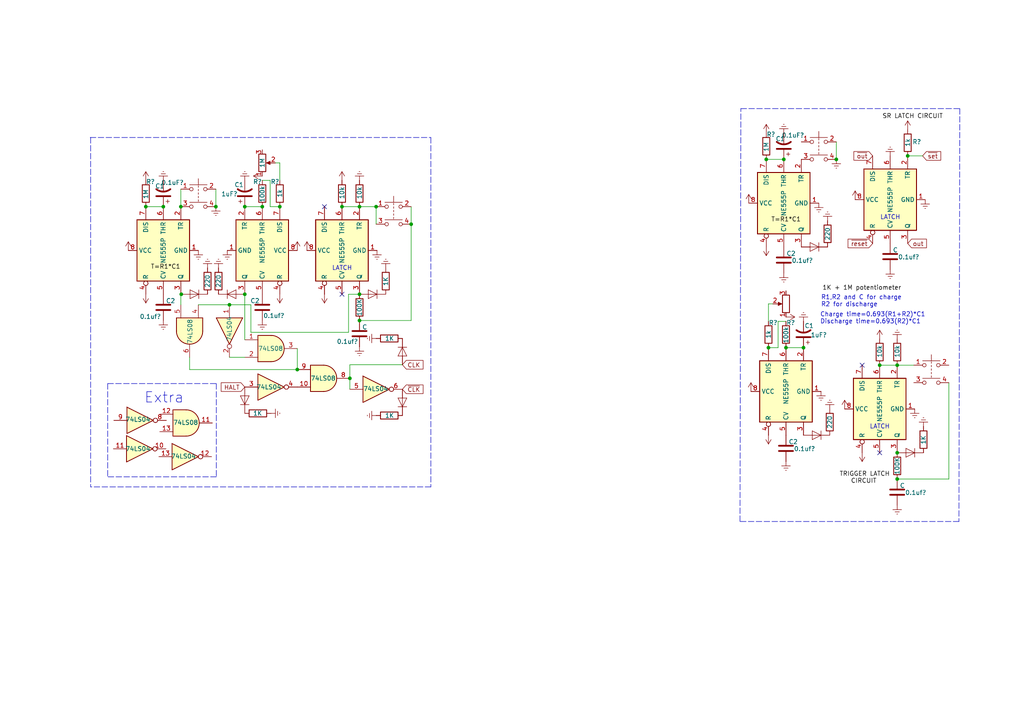
<source format=kicad_sch>
(kicad_sch (version 20211123) (generator eeschema)
  (paper "A4")
  (lib_symbols
    (symbol "74xx:74LS04"
      (property "Reference" "U" (at 0 1.27 0))
      (property "Value" "74LS04" (at 0 -1.27 0))
      (symbol "74LS04_1_0"
        (polyline (pts (xy -3.81 3.81) (xy -3.81 -3.81) (xy 3.81 0) (xy -3.81 3.81)) (stroke (width 0.254)) (fill (type background)))
        (pin input line (at -7.62 0 0) (length 3.81) (name "~") (number "1"))
        (pin output inverted (at 7.62 0 180) (length 3.81) (name "~") (number "2"))
      )
      (symbol "74LS04_2_0"
        (polyline (pts (xy -3.81 3.81) (xy -3.81 -3.81) (xy 3.81 0) (xy -3.81 3.81)) (stroke (width 0.254)) (fill (type background)))
        (pin input line (at -7.62 0 0) (length 3.81) (name "~") (number "3"))
        (pin output inverted (at 7.62 0 180) (length 3.81) (name "~") (number "4"))
      )
      (symbol "74LS04_3_0"
        (polyline (pts (xy -3.81 3.81) (xy -3.81 -3.81) (xy 3.81 0) (xy -3.81 3.81)) (stroke (width 0.254)) (fill (type background)))
        (pin input line (at -7.62 0 0) (length 3.81) (name "~") (number "5"))
        (pin output inverted (at 7.62 0 180) (length 3.81) (name "~") (number "6"))
      )
      (symbol "74LS04_4_0"
        (polyline (pts (xy -3.81 3.81) (xy -3.81 -3.81) (xy 3.81 0) (xy -3.81 3.81)) (stroke (width 0.254)) (fill (type background)))
        (pin output inverted (at 7.62 0 180) (length 3.81) (name "~") (number "8"))
        (pin input line (at -7.62 0 0) (length 3.81) (name "~") (number "9"))
      )
      (symbol "74LS04_5_0"
        (polyline (pts (xy -3.81 3.81) (xy -3.81 -3.81) (xy 3.81 0) (xy -3.81 3.81)) (stroke (width 0.254)) (fill (type background)))
        (pin output inverted (at 7.62 0 180) (length 3.81) (name "~") (number "10"))
        (pin input line (at -7.62 0 0) (length 3.81) (name "~") (number "11"))
      )
      (symbol "74LS04_6_0"
        (polyline (pts (xy -3.81 3.81) (xy -3.81 -3.81) (xy 3.81 0) (xy -3.81 3.81)) (stroke (width 0.254)) (fill (type background)))
        (pin output inverted (at 7.62 0 180) (length 3.81) (name "~") (number "12"))
        (pin input line (at -7.62 0 0) (length 3.81) (name "~") (number "13"))
      )
      (symbol "74LS04_7_0"
        (pin power_in line (at 0 12.7 270) (length 5.08) (name "VCC") (number "14"))
        (pin power_in line (at 0 -12.7 90) (length 5.08) (name "GND") (number "7"))
      )
      (symbol "74LS04_7_1"
        (rectangle (start -5.08 7.62) (end 5.08 -7.62) (stroke (width 0.254)) (fill (type background)))
      )
    )
    (symbol "74xx:74LS08" (pin_names (offset 1.016))
      (property "Reference" "U" (at 0 1.27 0))
      (property "Value" "74LS08" (at 0 -1.27 0))
      (symbol "74LS08_1_1"
        (arc (start 0 -3.81) (mid 3.81 0) (end 0 3.81) (stroke (width 0.254)) (fill (type background)))
        (polyline (pts (xy 0 3.81) (xy -3.81 3.81) (xy -3.81 -3.81) (xy 0 -3.81)) (stroke (width 0.254)) (fill (type background)))
        (pin input line (at -7.62 2.54 0) (length 3.81) (name "~") (number "1"))
        (pin input line (at -7.62 -2.54 0) (length 3.81) (name "~") (number "2"))
        (pin output line (at 7.62 0 180) (length 3.81) (name "~") (number "3"))
      )
      (symbol "74LS08_1_2"
        (arc (start -3.81 -3.81) (mid -2.589 0) (end -3.81 3.81) (stroke (width 0.254)))
        (arc (start -0.6096 -3.81) (mid 2.1842 -2.5851) (end 3.81 0) (stroke (width 0.254)) (fill (type background)))
        (polyline (pts (xy -3.81 -3.81) (xy -0.635 -3.81)) (stroke (width 0.254)) (fill (type background)))
        (polyline (pts (xy -3.81 3.81) (xy -0.635 3.81)) (stroke (width 0.254)) (fill (type background)))
        (polyline (pts (xy -0.635 3.81) (xy -3.81 3.81) (xy -3.81 3.81) (xy -3.556 3.4036) (xy -3.0226 2.2606) (xy -2.6924 1.0414) (xy -2.6162 -0.254) (xy -2.7686 -1.4986) (xy -3.175 -2.7178) (xy -3.81 -3.81) (xy -3.81 -3.81) (xy -0.635 -3.81)) (stroke (width -25.4)) (fill (type background)))
        (arc (start 3.81 0) (mid 2.1915 2.5936) (end -0.6096 3.81) (stroke (width 0.254)) (fill (type background)))
        (pin input inverted (at -7.62 2.54 0) (length 4.318) (name "~") (number "1"))
        (pin input inverted (at -7.62 -2.54 0) (length 4.318) (name "~") (number "2"))
        (pin output inverted (at 7.62 0 180) (length 3.81) (name "~") (number "3"))
      )
      (symbol "74LS08_2_1"
        (arc (start 0 -3.81) (mid 3.81 0) (end 0 3.81) (stroke (width 0.254)) (fill (type background)))
        (polyline (pts (xy 0 3.81) (xy -3.81 3.81) (xy -3.81 -3.81) (xy 0 -3.81)) (stroke (width 0.254)) (fill (type background)))
        (pin input line (at -7.62 2.54 0) (length 3.81) (name "~") (number "4"))
        (pin input line (at -7.62 -2.54 0) (length 3.81) (name "~") (number "5"))
        (pin output line (at 7.62 0 180) (length 3.81) (name "~") (number "6"))
      )
      (symbol "74LS08_2_2"
        (arc (start -3.81 -3.81) (mid -2.589 0) (end -3.81 3.81) (stroke (width 0.254)))
        (arc (start -0.6096 -3.81) (mid 2.1842 -2.5851) (end 3.81 0) (stroke (width 0.254)) (fill (type background)))
        (polyline (pts (xy -3.81 -3.81) (xy -0.635 -3.81)) (stroke (width 0.254)) (fill (type background)))
        (polyline (pts (xy -3.81 3.81) (xy -0.635 3.81)) (stroke (width 0.254)) (fill (type background)))
        (polyline (pts (xy -0.635 3.81) (xy -3.81 3.81) (xy -3.81 3.81) (xy -3.556 3.4036) (xy -3.0226 2.2606) (xy -2.6924 1.0414) (xy -2.6162 -0.254) (xy -2.7686 -1.4986) (xy -3.175 -2.7178) (xy -3.81 -3.81) (xy -3.81 -3.81) (xy -0.635 -3.81)) (stroke (width -25.4)) (fill (type background)))
        (arc (start 3.81 0) (mid 2.1915 2.5936) (end -0.6096 3.81) (stroke (width 0.254)) (fill (type background)))
        (pin input inverted (at -7.62 2.54 0) (length 4.318) (name "~") (number "4"))
        (pin input inverted (at -7.62 -2.54 0) (length 4.318) (name "~") (number "5"))
        (pin output inverted (at 7.62 0 180) (length 3.81) (name "~") (number "6"))
      )
      (symbol "74LS08_3_1"
        (arc (start 0 -3.81) (mid 3.81 0) (end 0 3.81) (stroke (width 0.254)) (fill (type background)))
        (polyline (pts (xy 0 3.81) (xy -3.81 3.81) (xy -3.81 -3.81) (xy 0 -3.81)) (stroke (width 0.254)) (fill (type background)))
        (pin input line (at -7.62 -2.54 0) (length 3.81) (name "~") (number "10"))
        (pin output line (at 7.62 0 180) (length 3.81) (name "~") (number "8"))
        (pin input line (at -7.62 2.54 0) (length 3.81) (name "~") (number "9"))
      )
      (symbol "74LS08_3_2"
        (arc (start -3.81 -3.81) (mid -2.589 0) (end -3.81 3.81) (stroke (width 0.254)))
        (arc (start -0.6096 -3.81) (mid 2.1842 -2.5851) (end 3.81 0) (stroke (width 0.254)) (fill (type background)))
        (polyline (pts (xy -3.81 -3.81) (xy -0.635 -3.81)) (stroke (width 0.254)) (fill (type background)))
        (polyline (pts (xy -3.81 3.81) (xy -0.635 3.81)) (stroke (width 0.254)) (fill (type background)))
        (polyline (pts (xy -0.635 3.81) (xy -3.81 3.81) (xy -3.81 3.81) (xy -3.556 3.4036) (xy -3.0226 2.2606) (xy -2.6924 1.0414) (xy -2.6162 -0.254) (xy -2.7686 -1.4986) (xy -3.175 -2.7178) (xy -3.81 -3.81) (xy -3.81 -3.81) (xy -0.635 -3.81)) (stroke (width -25.4)) (fill (type background)))
        (arc (start 3.81 0) (mid 2.1915 2.5936) (end -0.6096 3.81) (stroke (width 0.254)) (fill (type background)))
        (pin input inverted (at -7.62 -2.54 0) (length 4.318) (name "~") (number "10"))
        (pin output inverted (at 7.62 0 180) (length 3.81) (name "~") (number "8"))
        (pin input inverted (at -7.62 2.54 0) (length 4.318) (name "~") (number "9"))
      )
      (symbol "74LS08_4_1"
        (arc (start 0 -3.81) (mid 3.81 0) (end 0 3.81) (stroke (width 0.254)) (fill (type background)))
        (polyline (pts (xy 0 3.81) (xy -3.81 3.81) (xy -3.81 -3.81) (xy 0 -3.81)) (stroke (width 0.254)) (fill (type background)))
        (pin output line (at 7.62 0 180) (length 3.81) (name "~") (number "11"))
        (pin input line (at -7.62 2.54 0) (length 3.81) (name "~") (number "12"))
        (pin input line (at -7.62 -2.54 0) (length 3.81) (name "~") (number "13"))
      )
      (symbol "74LS08_4_2"
        (arc (start -3.81 -3.81) (mid -2.589 0) (end -3.81 3.81) (stroke (width 0.254)))
        (arc (start -0.6096 -3.81) (mid 2.1842 -2.5851) (end 3.81 0) (stroke (width 0.254)) (fill (type background)))
        (polyline (pts (xy -3.81 -3.81) (xy -0.635 -3.81)) (stroke (width 0.254)) (fill (type background)))
        (polyline (pts (xy -3.81 3.81) (xy -0.635 3.81)) (stroke (width 0.254)) (fill (type background)))
        (polyline (pts (xy -0.635 3.81) (xy -3.81 3.81) (xy -3.81 3.81) (xy -3.556 3.4036) (xy -3.0226 2.2606) (xy -2.6924 1.0414) (xy -2.6162 -0.254) (xy -2.7686 -1.4986) (xy -3.175 -2.7178) (xy -3.81 -3.81) (xy -3.81 -3.81) (xy -0.635 -3.81)) (stroke (width -25.4)) (fill (type background)))
        (arc (start 3.81 0) (mid 2.1915 2.5936) (end -0.6096 3.81) (stroke (width 0.254)) (fill (type background)))
        (pin output inverted (at 7.62 0 180) (length 3.81) (name "~") (number "11"))
        (pin input inverted (at -7.62 2.54 0) (length 4.318) (name "~") (number "12"))
        (pin input inverted (at -7.62 -2.54 0) (length 4.318) (name "~") (number "13"))
      )
      (symbol "74LS08_5_0"
        (pin power_in line (at 0 12.7 270) (length 5.08) (name "VCC") (number "14"))
        (pin power_in line (at 0 -12.7 90) (length 5.08) (name "GND") (number "7"))
      )
      (symbol "74LS08_5_1"
        (rectangle (start -5.08 7.62) (end 5.08 -7.62) (stroke (width 0.254)) (fill (type background)))
      )
    )
    (symbol "Device:C" (pin_numbers hide) (pin_names (offset 0.254))
      (property "Reference" "C" (at 0.635 2.54 0))
      (property "Value" "C" (at 0.635 -2.54 0))
      (symbol "C_0_1"
        (polyline (pts (xy -2.032 -0.762) (xy 2.032 -0.762)) (stroke (width 0.508)))
        (polyline (pts (xy -2.032 0.762) (xy 2.032 0.762)) (stroke (width 0.508)))
      )
      (symbol "C_1_1"
        (pin passive line (at 0 3.81 270) (length 2.794) (name "~") (number "1"))
        (pin passive line (at 0 -3.81 90) (length 2.794) (name "~") (number "2"))
      )
    )
    (symbol "Device:C_Polarized_US" (pin_numbers hide) (pin_names (offset 0.254) hide)
      (property "Reference" "C" (at 0.635 2.54 0))
      (property "Value" "C_Polarized_US" (at 0.635 -2.54 0))
      (symbol "C_Polarized_US_0_1"
        (polyline (pts (xy -2.032 0.762) (xy 2.032 0.762)) (stroke (width 0.508)))
        (polyline (pts (xy -1.778 2.286) (xy -0.762 2.286)))
        (polyline (pts (xy -1.27 1.778) (xy -1.27 2.794)))
        (arc (start 2.032 -1.27) (mid 0 -0.5572) (end -2.032 -1.27) (stroke (width 0.508)))
      )
      (symbol "C_Polarized_US_1_1"
        (pin passive line (at 0 3.81 270) (length 2.794) (name "~") (number "1"))
        (pin passive line (at 0 -3.81 90) (length 3.302) (name "~") (number "2"))
      )
    )
    (symbol "Device:R" (pin_numbers hide) (pin_names (offset 0))
      (property "Reference" "R" (at 2.032 0 90))
      (property "Value" "R" (at 0 0 90))
      (symbol "R_0_1"
        (rectangle (start -1.016 -2.54) (end 1.016 2.54) (stroke (width 0.254)))
      )
      (symbol "R_1_1"
        (pin passive line (at 0 3.81 270) (length 1.27) (name "~") (number "1"))
        (pin passive line (at 0 -3.81 90) (length 1.27) (name "~") (number "2"))
      )
    )
    (symbol "Device:R_Potentiometer" (pin_names (offset 1.016) hide)
      (property "Reference" "RV" (at -4.445 0 90))
      (property "Value" "R_Potentiometer" (at -2.54 0 90))
      (symbol "R_Potentiometer_0_1"
        (polyline (pts (xy 2.54 0) (xy 1.524 0)))
        (polyline (pts (xy 1.143 0) (xy 2.286 0.508) (xy 2.286 -0.508) (xy 1.143 0)) (fill (type outline)))
        (rectangle (start 1.016 2.54) (end -1.016 -2.54) (stroke (width 0.254)))
      )
      (symbol "R_Potentiometer_1_1"
        (pin passive line (at 0 3.81 270) (length 1.27) (name "1") (number "1"))
        (pin passive line (at 3.81 0 180) (length 1.27) (name "2") (number "2"))
        (pin passive line (at 0 -3.81 90) (length 1.27) (name "3") (number "3"))
      )
    )
    (symbol "NE555P_2"
      (property "Value" "NE555P_2" (at -3.81 0 0))
      (symbol "NE555P_2_0_0"
        (pin power_in line (at 0 -10.16 90) (length 2.54) (name "GND") (number "1"))
        (pin power_in line (at 0 10.16 270) (length 2.54) (name "VCC") (number "8"))
      )
      (symbol "NE555P_2_0_1"
        (rectangle (start -8.89 -7.62) (end 8.89 7.62) (stroke (width 0.254)) (fill (type background)))
        (rectangle (start -8.89 -7.62) (end 8.89 7.62) (stroke (width 0.254)) (fill (type background)))
      )
      (symbol "NE555P_2_1_1"
        (pin input line (at 12.7 -5.08 180) (length 3.81) (name "TR") (number "2"))
        (pin output line (at -12.7 -5.08 0) (length 3.81) (name "Q") (number "3"))
        (pin input inverted (at -12.7 5.08 0) (length 3.81) (name "R") (number "4"))
        (pin input line (at -12.7 0 0) (length 3.81) (name "CV") (number "5"))
        (pin input line (at 12.7 0 180) (length 3.81) (name "THR") (number "6"))
        (pin input line (at 12.7 5.08 180) (length 3.81) (name "DIS") (number "7"))
      )
    )
    (symbol "Sensor_Optical:SFH2701" (pin_numbers hide) (pin_names (offset 1.016) hide)
      (property "Value" "SFH2701" (at -0.9271 5.842 0))
      (symbol "SFH2701_0_1"
        (polyline (pts (xy -2.54 2.54) (xy -2.54 0)) (stroke (width 0.1524)))
        (polyline (pts (xy 0 1.27) (xy -2.54 1.27)))
        (polyline (pts (xy 0 2.54) (xy 0 0)))
        (polyline (pts (xy 0 2.54) (xy -2.54 1.27) (xy 0 0)))
      )
      (symbol "SFH2701_1_1"
        (pin power_out line (at -5.08 1.27 0) (length 2.54) (name "K") (number "1"))
        (pin power_in line (at 2.54 1.27 180) (length 2.54) (name "A") (number "2"))
      )
    )
    (symbol "Switch:SW_Push_Dual" (pin_names (offset 1.016) hide)
      (property "Reference" "SW" (at 1.27 2.54 0))
      (property "Value" "SW_Push_Dual" (at 0 -6.858 0))
      (symbol "SW_Push_Dual_0_1"
        (circle (center -2.032 -5.08) (radius 0.508))
        (circle (center -2.032 0) (radius 0.508))
        (polyline (pts (xy 0 -3.048) (xy 0 -3.556)))
        (polyline (pts (xy 0 -2.032) (xy 0 -2.54)))
        (polyline (pts (xy 0 -1.524) (xy 0 -1.016)))
        (polyline (pts (xy 0 -0.508) (xy 0 0)))
        (polyline (pts (xy 0 0.508) (xy 0 1.016)))
        (polyline (pts (xy 0 1.27) (xy 0 3.048)))
        (polyline (pts (xy 2.54 -3.81) (xy -2.54 -3.81)))
        (polyline (pts (xy 2.54 1.27) (xy -2.54 1.27)))
        (circle (center 2.032 -5.08) (radius 0.508))
        (circle (center 2.032 0) (radius 0.508))
        (pin passive line (at -5.08 0 0) (length 2.54) (name "1") (number "1"))
        (pin passive line (at 5.08 0 180) (length 2.54) (name "2") (number "2"))
        (pin passive line (at -5.08 -5.08 0) (length 2.54) (name "3") (number "3"))
        (pin passive line (at 5.08 -5.08 180) (length 2.54) (name "4") (number "4"))
      )
    )
    (symbol "power:Earth" (power) (pin_names (offset 0))
      (symbol "Earth_0_1"
        (polyline (pts (xy -0.635 -1.905) (xy 0.635 -1.905)))
        (polyline (pts (xy -0.127 -2.54) (xy 0.127 -2.54)))
        (polyline (pts (xy 0 -1.27) (xy 0 0)))
        (polyline (pts (xy 1.27 -1.27) (xy -1.27 -1.27)))
      )
      (symbol "Earth_1_1"
        (pin power_in line (at 0 0 270) (length 0) hide (name "Earth") (number "1"))
      )
    )
    (symbol "power:VCC" (power) (pin_names (offset 0))
      (property "Value" "VCC" (at 0 3.81 0))
      (symbol "VCC_0_1"
        (polyline (pts (xy -0.762 1.27) (xy 0 2.54)))
        (polyline (pts (xy 0 0) (xy 0 2.54)))
        (polyline (pts (xy 0 2.54) (xy 0.762 1.27)))
      )
      (symbol "VCC_1_1"
        (pin power_in line (at 0 0 90) (length 0) hide (name "VCC") (number "1"))
      )
    )
  )
  (junction (at 70.993 59.944))
  (junction (at 101.473 109.728))
  (junction (at 66.548 88.392))
  (junction (at 222.885 100.838))
  (junction (at 42.291 59.944))
  (junction (at 104.267 59.944))
  (junction (at 260.223 131.318))
  (junction (at 222.25 46.228))
  (junction (at 52.578 85.344))
  (junction (at 109.093 59.944))
  (junction (at 47.371 59.944))
  (junction (at 263.271 45.212))
  (junction (at 260.223 105.918))
  (junction (at 70.993 85.344))
  (junction (at 76.073 59.944))
  (junction (at 81.153 59.944))
  (junction (at 260.223 138.938))
  (junction (at 104.267 85.344))
  (junction (at 227.33 46.228))
  (junction (at 104.267 92.964))
  (junction (at 227.965 100.838))
  (junction (at 119.253 65.024))
  (junction (at 99.187 59.944))
  (junction (at 242.57 46.228))
  (junction (at 86.233 107.188))
  (junction (at 233.045 100.838))
  (junction (at 62.611 59.944))
  (junction (at 52.451 59.944))
  (junction (at 255.143 105.918))
  (no_connect (at 99.187 85.344))
  (no_connect (at 94.107 59.944))
  (no_connect (at 255.143 131.318))
  (no_connect (at 250.063 105.918))
  (wire (pts (xy 225.679 93.218) (xy 225.679 100.838)))
  (wire (pts (xy 101.473 105.791) (xy 116.713 105.791)))
  (wire (pts (xy 86.233 101.092) (xy 86.233 107.188)))
  (wire (pts (xy 104.267 92.964) (xy 119.253 92.964)))
  (wire (pts (xy 227.965 93.218) (xy 225.679 93.218)))
  (polyline (pts (xy 214.884 31.496) (xy 278.384 31.496)))
  (wire (pts (xy 81.153 47.244) (xy 81.153 52.324)))
  (wire (pts (xy 242.57 41.148) (xy 242.57 46.228)))
  (wire (pts (xy 222.885 88.138) (xy 222.885 93.218)))
  (wire (pts (xy 119.253 92.964) (xy 119.253 65.024)))
  (wire (pts (xy 225.679 100.838) (xy 222.885 100.838)))
  (wire (pts (xy 62.611 54.864) (xy 62.611 59.944)))
  (wire (pts (xy 275.209 138.938) (xy 275.209 110.998)))
  (wire (pts (xy 70.993 85.344) (xy 70.993 98.552)))
  (wire (pts (xy 119.253 59.944) (xy 119.253 65.024)))
  (wire (pts (xy 52.451 54.864) (xy 52.451 59.944)))
  (polyline (pts (xy 31.242 111.252) (xy 31.242 138.303)))
  (wire (pts (xy 99.187 59.944) (xy 104.267 59.944)))
  (wire (pts (xy 72.771 88.392) (xy 72.771 96.393)))
  (polyline (pts (xy 124.968 141.224) (xy 26.289 141.224)))
  (wire (pts (xy 260.223 138.938) (xy 275.209 138.938)))
  (polyline (pts (xy 31.242 111.252) (xy 62.738 111.252)))
  (wire (pts (xy 101.092 85.344) (xy 101.092 96.393)))
  (wire (pts (xy 66.548 88.392) (xy 72.771 88.392)))
  (wire (pts (xy 222.25 46.228) (xy 227.33 46.228)))
  (wire (pts (xy 227.965 100.838) (xy 233.045 100.838)))
  (polyline (pts (xy 62.738 111.252) (xy 62.738 138.303)))
  (wire (pts (xy 260.223 105.918) (xy 265.049 105.918)))
  (wire (pts (xy 42.291 59.944) (xy 47.371 59.944)))
  (wire (pts (xy 101.092 85.344) (xy 104.267 85.344)))
  (wire (pts (xy 76.073 59.944) (xy 70.993 59.944)))
  (wire (pts (xy 52.451 88.392) (xy 52.451 85.344)))
  (wire (pts (xy 104.267 59.944) (xy 109.093 59.944)))
  (wire (pts (xy 255.143 105.918) (xy 260.223 105.918)))
  (polyline (pts (xy 26.162 39.878) (xy 124.968 39.878)))
  (wire (pts (xy 66.548 103.632) (xy 70.993 103.632)))
  (polyline (pts (xy 26.289 39.878) (xy 26.289 141.224)))
  (wire (pts (xy 101.473 109.728) (xy 101.473 112.903)))
  (wire (pts (xy 72.771 96.393) (xy 101.092 96.393)))
  (wire (pts (xy 76.073 52.324) (xy 78.359 52.324)))
  (wire (pts (xy 78.359 59.944) (xy 81.153 59.944)))
  (wire (pts (xy 263.271 45.212) (xy 267.589 45.212)))
  (polyline (pts (xy 278.13 151.257) (xy 214.63 151.257)))
  (wire (pts (xy 101.473 105.791) (xy 101.473 109.728)))
  (polyline (pts (xy 278.384 31.496) (xy 278.13 151.257)))
  (wire (pts (xy 78.359 52.324) (xy 78.359 59.944)))
  (wire (pts (xy 54.991 107.188) (xy 86.233 107.188)))
  (wire (pts (xy 57.531 88.392) (xy 66.548 88.392)))
  (wire (pts (xy 224.155 88.138) (xy 222.885 88.138)))
  (wire (pts (xy 109.093 59.944) (xy 109.093 65.024)))
  (wire (pts (xy 79.883 47.244) (xy 81.153 47.244)))
  (polyline (pts (xy 62.738 138.303) (xy 31.242 138.303)))
  (wire (pts (xy 54.991 103.632) (xy 54.991 107.188)))
  (polyline (pts (xy 214.63 151.257) (xy 214.884 31.496)))
  (polyline (pts (xy 124.968 39.878) (xy 124.968 141.224)))
  (text "LATCH" (at 252.222 124.587 0) (effects (font (size 1.27 1.27)) (justify left bottom)))
  (text "R1,R2 and C for charge\nR2 for discharge\n" (at 238.125 89.154 0) (effects (font (size 1.27 1.27)) (justify left bottom)))
  (text "Extra\n" (at 41.783 117.221 0) (effects (font (size 3 3)) (justify left bottom)))
  (text "Charge time=0.693(R1+R2)*C1\nDischarge time=0.693(R2)*C1" (at 237.871 94.107 0) (effects (font (size 1.27 1.27)) (justify left bottom)))
  (text "LATCH" (at 255.27 63.881 0) (effects (font (size 1.27 1.27)) (justify left bottom)))
  (text "LATCH" (at 96.266 78.613 0) (effects (font (size 1.27 1.27)) (justify left bottom)))
  (label "1K + 1M potentiometer " (at 238.506 84.455 0))
  (label "CIRCUIT" (at 246.761 140.462 0))
  (label "T=R1*C1" (at 43.688 78.359 0))
  (label "T=R1*C1" (at 223.647 64.643 0))
  (label "SR LATCH CIRCUIT" (at 255.905 34.671 0))
  (label "TRIGGER LATCH " (at 243.459 138.43 0))
  (global_label "~{reset}" (shape input) (at 253.111 70.612 180) (property "Intersheet References" "${INTERSHEET_REFS}" (effects hide)))
  (global_label "~{set}" (shape input) (at 267.589 45.212 0) (property "Intersheet References" "${INTERSHEET_REFS}" (effects hide)))
  (global_label "CLK" (shape input) (at 116.713 105.791 0) (property "Intersheet References" "${INTERSHEET_REFS}" (effects hide)))
  (global_label "out" (shape input) (at 263.271 70.612 0) (property "Intersheet References" "${INTERSHEET_REFS}" (effects hide)))
  (global_label "HALT" (shape input) (at 70.993 112.268 180) (property "Intersheet References" "${INTERSHEET_REFS}" (effects hide)))
  (global_label "~{out}" (shape input) (at 253.111 45.212 180) (property "Intersheet References" "${INTERSHEET_REFS}" (effects hide)))
  (global_label "~{CLK}" (shape input) (at 116.713 112.903 0) (property "Intersheet References" "${INTERSHEET_REFS}" (effects hide)))
  (symbol (lib_id "74xx:74LS04") (at 40.64 121.92 0) (unit 4)
    (property "Reference" "U?" (effects hide))
    (property "Value" "74LS04" (at 40.005 121.666 0))
    (property "Datasheet" "http://www.ti.com/lit/gpn/sn74LS04" (effects hide))
  )
  (symbol (lib_id "power:VCC") (at 255.143 98.298 0) (mirror y) (unit 1)
    (property "Reference" "#PWR?" (effects hide))
    (property "Value" "VCC" (effects hide))
  )
  (symbol (lib_id "power:VCC") (at 89.027 72.644 0) (mirror y) (unit 1)
    (property "Reference" "#PWR?" (effects hide))
    (property "Value" "VCC" (effects hide))
  )
  (symbol (lib_id "Device:R") (at 111.887 81.534 180) (unit 1)
    (property "Reference" "R?" (effects hide))
    (property "Value" "1K" (at 111.887 80.264 90) (effects (justify left)))
  )
  (symbol (lib_id "Device:C") (at 260.223 142.748 0) (unit 1)
    (property "Reference" "0.1uf?" (at 262.509 142.875 0) (effects (justify left)))
    (property "Value" "C" (at 260.985 140.843 0) (effects (justify left)))
  )
  (symbol (lib_id "74xx:74LS08") (at 78.613 101.092 0) (unit 1)
    (property "Reference" "U?" (effects hide))
    (property "Value" "74LS08" (at 78.486 101.092 0))
    (property "Datasheet" "http://www.ti.com/lit/gpn/sn74LS08" (effects hide))
  )
  (symbol (lib_id "Sensor_Optical:SFH2701") (at 235.585 124.968 180) (unit 1)
    (property "Reference" "D?" (effects hide))
    (property "Value" "LED" (effects hide))
    (property "Footprint" "LED_SMD:LED_1206_3216Metric_Castellated" (effects hide))
    (property "Datasheet" "http://www.osram-os.com/Graphics/XPic6/00201111_0.pdf/SFH%202701.pdf" (effects hide))
  )
  (symbol (lib_id "power:VCC") (at 42.291 85.344 0) (mirror x) (unit 1)
    (property "Reference" "#PWR?" (effects hide))
    (property "Value" "VCC" (effects hide))
  )
  (symbol (lib_id "Sensor_Optical:SFH2701") (at 68.453 84.074 0) (mirror x) (unit 1)
    (property "Reference" "D?" (effects hide))
    (property "Value" "LED" (effects hide))
    (property "Footprint" "LED_SMD:LED_1206_3216Metric_Castellated" (effects hide))
    (property "Datasheet" "http://www.osram-os.com/Graphics/XPic6/00201111_0.pdf/SFH%202701.pdf" (effects hide))
  )
  (symbol (lib_id "power:VCC") (at 250.063 131.318 0) (mirror x) (unit 1)
    (property "Reference" "#PWR?" (effects hide))
    (property "Value" "VCC" (effects hide))
  )
  (symbol (lib_id "Device:R") (at 222.885 97.028 180) (unit 1)
    (property "Reference" "R?" (at 225.552 93.599 0) (effects (justify left)))
    (property "Value" "1k" (at 222.885 95.758 90) (effects (justify left)))
  )
  (symbol (lib_id "Switch:SW_Push_Dual") (at 57.531 54.864 0) (unit 1)
    (property "Reference" "SW?" (effects hide))
    (property "Value" "SW_Push_Dual" (effects hide))
  )
  (symbol (lib_name "NE555P_2") (lib_id "Timer:NE555P") (at 47.371 72.644 90) (unit 1)
    (property "Reference" "U?" (effects hide))
    (property "Value" "NE555P" (at 47.371 76.454 0) (effects (justify left)))
    (property "Footprint" "Package_DIP:DIP-8_W7.62mm" (effects hide))
    (property "Datasheet" "http://www.ti.com/lit/ds/symlink/ne555.pdf" (effects hide))
  )
  (symbol (lib_id "power:Earth") (at 70.993 52.324 0) (mirror x) (unit 1)
    (property "Reference" "#PWR?" (effects hide))
    (property "Value" "Earth" (effects hide))
  )
  (symbol (lib_id "Device:R") (at 104.267 56.134 180) (unit 1)
    (property "Reference" "R?" (effects hide))
    (property "Value" "10k" (at 104.267 54.102 90) (effects (justify left)))
  )
  (symbol (lib_name "NE555P_2") (lib_id "Timer:NE555P") (at 227.33 58.928 90) (unit 1)
    (property "Reference" "U?" (effects hide))
    (property "Value" "NE555P" (at 227.33 62.738 0) (effects (justify left)))
    (property "Footprint" "Package_DIP:DIP-8_W7.62mm" (effects hide))
    (property "Datasheet" "http://www.ti.com/lit/ds/symlink/ne555.pdf" (effects hide))
  )
  (symbol (lib_id "74xx:74LS04") (at 109.093 112.903 0) (unit 3)
    (property "Reference" "U?" (effects hide))
    (property "Value" "74LS04" (at 108.966 112.776 0))
    (property "Datasheet" "http://www.ti.com/lit/gpn/sn74LS04" (effects hide))
  )
  (symbol (lib_id "Device:R") (at 112.903 120.523 270) (mirror x) (unit 1)
    (property "Reference" "R?" (effects hide))
    (property "Value" "1K" (at 111.633 120.523 90) (effects (justify left)))
  )
  (symbol (lib_id "Device:C_Polarized_US") (at 47.371 56.134 180) (unit 1)
    (property "Reference" "0.1uF?" (at 50.038 52.959 0))
    (property "Value" "C1" (at 46.355 53.975 0))
  )
  (symbol (lib_id "power:Earth") (at 109.093 120.523 270) (mirror x) (unit 1)
    (property "Reference" "#PWR?" (effects hide))
    (property "Value" "Earth" (effects hide))
  )
  (symbol (lib_id "Device:C") (at 227.33 75.438 0) (unit 1)
    (property "Reference" "0.1uf?" (at 229.616 75.565 0) (effects (justify left)))
    (property "Value" "C2" (at 228.092 73.533 0) (effects (justify left)))
  )
  (symbol (lib_id "Device:R") (at 104.267 89.154 180) (unit 1)
    (property "Reference" "R?" (effects hide))
    (property "Value" "100K" (at 104.267 86.614 90) (effects (justify left)))
  )
  (symbol (lib_id "Device:C") (at 258.191 74.422 0) (unit 1)
    (property "Reference" "0.1uf?" (at 260.477 74.549 0) (effects (justify left)))
    (property "Value" "C" (at 258.953 72.517 0) (effects (justify left)))
  )
  (symbol (lib_id "Device:R") (at 76.073 56.134 0) (mirror x) (unit 1)
    (property "Reference" "R?" (at 73.406 52.705 0) (effects (justify left)))
    (property "Value" "100k" (at 76.073 53.848 90) (effects (justify left)))
  )
  (symbol (lib_id "74xx:74LS04") (at 53.721 132.461 0) (unit 6)
    (property "Reference" "U?" (effects hide))
    (property "Value" "74LS04" (at 53.213 132.334 0))
    (property "Datasheet" "http://www.ti.com/lit/gpn/sn74LS04" (effects hide))
  )
  (symbol (lib_id "Device:R") (at 42.291 56.134 180) (unit 1)
    (property "Reference" "R?" (at 44.958 52.705 0) (effects (justify left)))
    (property "Value" "1M" (at 42.291 54.864 90) (effects (justify left)))
  )
  (symbol (lib_id "power:Earth") (at 238.125 113.538 0) (unit 1)
    (property "Reference" "#PWR?" (effects hide))
    (property "Value" "Earth" (effects hide))
  )
  (symbol (lib_id "Device:R") (at 260.223 135.128 180) (unit 1)
    (property "Reference" "R?" (effects hide))
    (property "Value" "100K" (at 260.223 132.588 90) (effects (justify left)))
  )
  (symbol (lib_id "power:VCC") (at 42.291 52.324 0) (mirror y) (unit 1)
    (property "Reference" "#PWR?" (effects hide))
    (property "Value" "VCC" (effects hide))
  )
  (symbol (lib_id "Device:R") (at 63.373 81.534 0) (mirror x) (unit 1)
    (property "Reference" "R?" (effects hide))
    (property "Value" "220" (at 63.373 79.629 90) (effects (justify left)))
  )
  (symbol (lib_id "Device:R") (at 263.271 41.402 180) (unit 1)
    (property "Reference" "R?" (at 267.208 41.148 0) (effects (justify left)))
    (property "Value" "1k" (at 263.271 40.132 90) (effects (justify left)))
  )
  (symbol (lib_id "power:Earth") (at 260.223 98.298 180) (unit 1)
    (property "Reference" "#PWR?" (effects hide))
    (property "Value" "Earth" (effects hide))
  )
  (symbol (lib_id "power:Earth") (at 109.347 72.644 0) (unit 1)
    (property "Reference" "#PWR?" (effects hide))
    (property "Value" "Earth" (effects hide))
  )
  (symbol (lib_id "Device:C") (at 227.965 130.048 0) (unit 1)
    (property "Reference" "0.1uf?" (at 230.251 130.175 0) (effects (justify left)))
    (property "Value" "C2" (at 228.727 128.143 0) (effects (justify left)))
  )
  (symbol (lib_id "Device:R") (at 74.803 119.888 90) (unit 1)
    (property "Reference" "R?" (effects hide))
    (property "Value" "1K" (at 76.073 119.888 90) (effects (justify left)))
  )
  (symbol (lib_id "Device:R") (at 267.843 127.508 180) (unit 1)
    (property "Reference" "R?" (effects hide))
    (property "Value" "1K" (at 267.843 126.238 90) (effects (justify left)))
  )
  (symbol (lib_id "power:VCC") (at 222.25 38.608 0) (mirror y) (unit 1)
    (property "Reference" "#PWR?" (effects hide))
    (property "Value" "VCC" (effects hide))
  )
  (symbol (lib_id "74xx:74LS04") (at 78.613 112.268 0) (unit 2)
    (property "Reference" "U?" (effects hide))
    (property "Value" "74LS04" (at 77.978 112.268 0))
    (property "Datasheet" "http://www.ti.com/lit/gpn/sn74LS04" (effects hide))
  )
  (symbol (lib_id "power:Earth") (at 78.613 119.888 90) (unit 1)
    (property "Reference" "#PWR?" (effects hide))
    (property "Value" "Earth" (effects hide))
  )
  (symbol (lib_id "power:Earth") (at 65.913 72.644 0) (mirror y) (unit 1)
    (property "Reference" "#PWR?" (effects hide))
    (property "Value" "Earth" (effects hide))
  )
  (symbol (lib_id "Switch:SW_Push_Dual") (at 270.129 105.918 0) (unit 1)
    (property "Reference" "SW?" (effects hide))
    (property "Value" "SW_Push_Dual" (effects hide))
  )
  (symbol (lib_id "Sensor_Optical:SFH2701") (at 72.263 114.808 90) (unit 1)
    (property "Reference" "D?" (effects hide))
    (property "Value" "LED" (effects hide))
    (property "Footprint" "LED_SMD:LED_1206_3216Metric_Castellated" (effects hide))
    (property "Datasheet" "http://www.osram-os.com/Graphics/XPic6/00201111_0.pdf/SFH%202701.pdf" (effects hide))
  )
  (symbol (lib_id "power:Earth") (at 237.49 58.928 0) (unit 1)
    (property "Reference" "#PWR?" (effects hide))
    (property "Value" "Earth" (effects hide))
  )
  (symbol (lib_id "power:VCC") (at 81.153 85.344 180) (unit 1)
    (property "Reference" "#PWR?" (effects hide))
    (property "Value" "VCC" (effects hide))
  )
  (symbol (lib_id "Device:R") (at 240.03 67.818 180) (unit 1)
    (property "Reference" "R?" (effects hide))
    (property "Value" "220" (at 240.03 65.913 90) (effects (justify left)))
  )
  (symbol (lib_id "power:Earth") (at 267.843 123.698 180) (unit 1)
    (property "Reference" "#PWR?" (effects hide))
    (property "Value" "Earth" (effects hide))
  )
  (symbol (lib_name "NE555P_2") (lib_id "Timer:NE555P") (at 99.187 72.644 90) (unit 1)
    (property "Reference" "U?" (effects hide))
    (property "Value" "NE555P" (at 99.187 76.454 0) (effects (justify left)))
    (property "Footprint" "Package_DIP:DIP-8_W7.62mm" (effects hide))
    (property "Datasheet" "http://www.ti.com/lit/ds/symlink/ne555.pdf" (effects hide))
  )
  (symbol (lib_id "Device:R") (at 240.665 122.428 180) (unit 1)
    (property "Reference" "R?" (effects hide))
    (property "Value" "220" (at 240.665 120.523 90) (effects (justify left)))
  )
  (symbol (lib_name "NE555P_2") (lib_id "Timer:NE555P") (at 258.191 57.912 90) (unit 1)
    (property "Reference" "U?" (effects hide))
    (property "Value" "NE555P" (at 258.191 61.722 0) (effects (justify left)))
    (property "Footprint" "Package_DIP:DIP-8_W7.62mm" (effects hide))
    (property "Datasheet" "http://www.ti.com/lit/ds/symlink/ne555.pdf" (effects hide))
  )
  (symbol (lib_id "power:Earth") (at 265.303 118.618 0) (unit 1)
    (property "Reference" "#PWR?" (effects hide))
    (property "Value" "Earth" (effects hide))
  )
  (symbol (lib_id "power:VCC") (at 86.233 72.644 0) (unit 1)
    (property "Reference" "#PWR?" (effects hide))
    (property "Value" "VCC" (effects hide))
  )
  (symbol (lib_id "power:Earth") (at 62.611 59.944 0) (unit 1)
    (property "Reference" "#PWR?" (effects hide))
    (property "Value" "Earth" (effects hide))
  )
  (symbol (lib_id "Device:R") (at 255.143 102.108 180) (unit 1)
    (property "Reference" "R?" (effects hide))
    (property "Value" "10k" (at 255.143 100.076 90) (effects (justify left)))
  )
  (symbol (lib_name "NE555P_2") (lib_id "Timer:NE555P") (at 255.143 118.618 90) (unit 1)
    (property "Reference" "U?" (effects hide))
    (property "Value" "NE555P" (at 255.143 122.428 0) (effects (justify left)))
    (property "Footprint" "Package_DIP:DIP-8_W7.62mm" (effects hide))
    (property "Datasheet" "http://www.ti.com/lit/ds/symlink/ne555.pdf" (effects hide))
  )
  (symbol (lib_id "power:VCC") (at 248.031 57.912 0) (mirror y) (unit 1)
    (property "Reference" "#PWR?" (effects hide))
    (property "Value" "VCC" (effects hide))
  )
  (symbol (lib_id "Sensor_Optical:SFH2701") (at 115.443 115.443 270) (mirror x) (unit 1)
    (property "Reference" "D?" (effects hide))
    (property "Value" "LED" (effects hide))
    (property "Footprint" "LED_SMD:LED_1206_3216Metric_Castellated" (effects hide))
    (property "Datasheet" "http://www.osram-os.com/Graphics/XPic6/00201111_0.pdf/SFH%202701.pdf" (effects hide))
  )
  (symbol (lib_id "power:VCC") (at 263.271 37.592 0) (mirror y) (unit 1)
    (property "Reference" "#PWR?" (effects hide))
    (property "Value" "VCC" (effects hide))
  )
  (symbol (lib_id "power:Earth") (at 258.191 78.232 0) (unit 1)
    (property "Reference" "#PWR?" (effects hide))
    (property "Value" "Earth" (effects hide))
  )
  (symbol (lib_id "power:Earth") (at 242.57 46.228 0) (unit 1)
    (property "Reference" "#PWR?" (effects hide))
    (property "Value" "Earth" (effects hide))
  )
  (symbol (lib_id "74xx:74LS04") (at 66.548 96.012 270) (unit 1)
    (property "Reference" "U?" (effects hide))
    (property "Value" "74LS04" (at 66.548 95.377 0))
    (property "Datasheet" "http://www.ti.com/lit/gpn/sn74LS04" (effects hide))
  )
  (symbol (lib_id "power:VCC") (at 244.983 118.618 0) (mirror y) (unit 1)
    (property "Reference" "#PWR?" (effects hide))
    (property "Value" "VCC" (effects hide))
  )
  (symbol (lib_id "power:Earth") (at 47.371 92.964 0) (unit 1)
    (property "Reference" "#PWR?" (effects hide))
    (property "Value" "Earth" (effects hide))
  )
  (symbol (lib_id "Device:R_Potentiometer") (at 227.965 88.138 180) (unit 1)
    (property "Reference" "RV?" (effects hide))
    (property "Value" "R_Potentiometer" (effects hide))
  )
  (symbol (lib_id "power:Earth") (at 227.965 133.858 0) (unit 1)
    (property "Reference" "#PWR?" (effects hide))
    (property "Value" "Earth" (effects hide))
  )
  (symbol (lib_id "power:Earth") (at 57.531 72.644 0) (unit 1)
    (property "Reference" "#PWR?" (effects hide))
    (property "Value" "Earth" (effects hide))
  )
  (symbol (lib_id "power:VCC") (at 94.107 85.344 0) (mirror x) (unit 1)
    (property "Reference" "#PWR?" (effects hide))
    (property "Value" "VCC" (effects hide))
  )
  (symbol (lib_id "power:Earth") (at 240.665 118.618 180) (unit 1)
    (property "Reference" "#PWR?" (effects hide))
    (property "Value" "Earth" (effects hide))
  )
  (symbol (lib_id "power:VCC") (at 76.073 51.054 90) (unit 1)
    (property "Reference" "#PWR?" (effects hide))
    (property "Value" "VCC" (effects hide))
  )
  (symbol (lib_id "power:VCC") (at 227.965 91.948 270) (mirror x) (unit 1)
    (property "Reference" "#PWR?" (effects hide))
    (property "Value" "VCC" (effects hide))
  )
  (symbol (lib_id "Device:R") (at 60.198 81.534 180) (unit 1)
    (property "Reference" "R?" (effects hide))
    (property "Value" "220" (at 60.198 79.629 90) (effects (justify left)))
  )
  (symbol (lib_id "power:VCC") (at 37.211 72.644 0) (mirror y) (unit 1)
    (property "Reference" "#PWR?" (effects hide))
    (property "Value" "VCC" (effects hide))
  )
  (symbol (lib_name "NE555P_2") (lib_id "Timer:NE555P") (at 227.965 113.538 90) (unit 1)
    (property "Reference" "U?" (effects hide))
    (property "Value" "NE555P" (at 227.965 117.348 0) (effects (justify left)))
    (property "Footprint" "Package_DIP:DIP-8_W7.62mm" (effects hide))
    (property "Datasheet" "http://www.ti.com/lit/ds/symlink/ne555.pdf" (effects hide))
  )
  (symbol (lib_id "Switch:SW_Push_Dual") (at 237.49 41.148 0) (unit 1)
    (property "Reference" "SW?" (effects hide))
    (property "Value" "SW_Push_Dual" (effects hide))
  )
  (symbol (lib_id "power:VCC") (at 222.885 126.238 0) (mirror x) (unit 1)
    (property "Reference" "#PWR?" (effects hide))
    (property "Value" "VCC" (effects hide))
  )
  (symbol (lib_id "Sensor_Optical:SFH2701") (at 106.807 84.074 180) (unit 1)
    (property "Reference" "D?" (effects hide))
    (property "Value" "LED" (effects hide))
    (property "Footprint" "LED_SMD:LED_1206_3216Metric_Castellated" (effects hide))
    (property "Datasheet" "http://www.osram-os.com/Graphics/XPic6/00201111_0.pdf/SFH%202701.pdf" (effects hide))
  )
  (symbol (lib_id "Sensor_Optical:SFH2701") (at 234.95 70.358 180) (unit 1)
    (property "Reference" "D?" (effects hide))
    (property "Value" "LED" (effects hide))
    (property "Footprint" "LED_SMD:LED_1206_3216Metric_Castellated" (effects hide))
    (property "Datasheet" "http://www.osram-os.com/Graphics/XPic6/00201111_0.pdf/SFH%202701.pdf" (effects hide))
  )
  (symbol (lib_id "74xx:74LS08") (at 93.853 109.728 0) (unit 3)
    (property "Reference" "U?" (effects hide))
    (property "Value" "74LS08" (at 93.726 109.728 0))
    (property "Datasheet" "http://www.ti.com/lit/gpn/sn74LS08" (effects hide))
  )
  (symbol (lib_id "power:VCC") (at 217.17 58.928 0) (mirror y) (unit 1)
    (property "Reference" "#PWR?" (effects hide))
    (property "Value" "VCC" (effects hide))
  )
  (symbol (lib_id "power:Earth") (at 111.887 77.724 180) (unit 1)
    (property "Reference" "#PWR?" (effects hide))
    (property "Value" "Earth" (effects hide))
  )
  (symbol (lib_id "Device:C") (at 76.073 89.154 0) (mirror y) (unit 1)
    (property "Reference" "0.1uf?" (at 82.55 91.567 0) (effects (justify left)))
    (property "Value" "C2" (at 75.311 87.249 0) (effects (justify left)))
  )
  (symbol (lib_id "power:Earth") (at 63.373 77.724 0) (mirror x) (unit 1)
    (property "Reference" "#PWR?" (effects hide))
    (property "Value" "Earth" (effects hide))
  )
  (symbol (lib_id "Device:C_Polarized_US") (at 233.045 97.028 180) (unit 1)
    (property "Reference" "1uF?" (at 237.49 97.155 0))
    (property "Value" "C1" (at 234.696 94.488 0))
  )
  (symbol (lib_id "Sensor_Optical:SFH2701") (at 262.763 130.048 180) (unit 1)
    (property "Reference" "D?" (effects hide))
    (property "Value" "LED" (effects hide))
    (property "Footprint" "LED_SMD:LED_1206_3216Metric_Castellated" (effects hide))
    (property "Datasheet" "http://www.osram-os.com/Graphics/XPic6/00201111_0.pdf/SFH%202701.pdf" (effects hide))
  )
  (symbol (lib_name "NE555P_2") (lib_id "Timer:NE555P") (at 76.073 72.644 270) (mirror x) (unit 1)
    (property "Reference" "U?" (effects hide))
    (property "Value" "NE555P" (at 76.073 76.454 0) (effects (justify left)))
    (property "Footprint" "Package_DIP:DIP-8_W7.62mm" (effects hide))
    (property "Datasheet" "http://www.ti.com/lit/ds/symlink/ne555.pdf" (effects hide))
  )
  (symbol (lib_id "Switch:SW_Push_Dual") (at 114.173 59.944 0) (unit 1)
    (property "Reference" "SW?" (effects hide))
    (property "Value" "SW_Push_Dual" (effects hide))
  )
  (symbol (lib_id "Device:R") (at 260.223 102.108 180) (unit 1)
    (property "Reference" "R?" (effects hide))
    (property "Value" "10k" (at 260.223 100.076 90) (effects (justify left)))
  )
  (symbol (lib_id "Device:R_Potentiometer") (at 76.073 47.244 0) (mirror x) (unit 1)
    (property "Reference" "1M" (at 76.073 47.244 90))
    (property "Value" "R_Potentiometer" (effects hide))
  )
  (symbol (lib_id "power:Earth") (at 104.267 100.584 0) (unit 1)
    (property "Reference" "#PWR?" (effects hide))
    (property "Value" "Earth" (effects hide))
  )
  (symbol (lib_id "74xx:74LS08") (at 53.975 122.682 0) (unit 4)
    (property "Reference" "U?" (effects hide))
    (property "Value" "74LS08" (at 53.848 122.555 0))
    (property "Datasheet" "http://www.ti.com/lit/gpn/sn74LS08" (effects hide))
  )
  (symbol (lib_id "power:VCC") (at 99.187 52.324 0) (mirror y) (unit 1)
    (property "Reference" "#PWR?" (effects hide))
    (property "Value" "VCC" (effects hide))
  )
  (symbol (lib_id "power:Earth") (at 233.045 93.218 180) (unit 1)
    (property "Reference" "#PWR?" (effects hide))
    (property "Value" "Earth" (effects hide))
  )
  (symbol (lib_id "power:Earth") (at 268.351 57.912 0) (unit 1)
    (property "Reference" "#PWR?" (effects hide))
    (property "Value" "Earth" (effects hide))
  )
  (symbol (lib_id "74xx:74LS08") (at 54.991 96.012 270) (unit 2)
    (property "Reference" "U?" (effects hide))
    (property "Value" "74LS08" (at 55.118 96.139 0))
    (property "Datasheet" "http://www.ti.com/lit/gpn/sn74LS08" (effects hide))
  )
  (symbol (lib_id "Device:R") (at 222.25 42.418 180) (unit 1)
    (property "Reference" "R?" (at 224.917 38.989 0) (effects (justify left)))
    (property "Value" "1M" (at 222.25 41.148 90) (effects (justify left)))
  )
  (symbol (lib_id "Device:C") (at 104.267 96.774 0) (unit 1)
    (property "Reference" "0.1uf?" (at 97.663 99.06 0) (effects (justify left)))
    (property "Value" "C" (at 105.029 94.869 0) (effects (justify left)))
  )
  (symbol (lib_id "power:VCC") (at 217.805 113.538 0) (mirror y) (unit 1)
    (property "Reference" "#PWR?" (effects hide))
    (property "Value" "VCC" (effects hide))
  )
  (symbol (lib_id "power:Earth") (at 227.33 38.608 180) (unit 1)
    (property "Reference" "#PWR?" (effects hide))
    (property "Value" "Earth" (effects hide))
  )
  (symbol (lib_id "Sensor_Optical:SFH2701") (at 55.118 84.074 180) (unit 1)
    (property "Reference" "D?" (effects hide))
    (property "Value" "LED" (effects hide))
    (property "Footprint" "LED_SMD:LED_1206_3216Metric_Castellated" (effects hide))
    (property "Datasheet" "http://www.osram-os.com/Graphics/XPic6/00201111_0.pdf/SFH%202701.pdf" (effects hide))
  )
  (symbol (lib_id "power:Earth") (at 227.33 79.248 0) (unit 1)
    (property "Reference" "#PWR?" (effects hide))
    (property "Value" "Earth" (effects hide))
  )
  (symbol (lib_id "power:Earth") (at 104.267 52.324 180) (unit 1)
    (property "Reference" "#PWR?" (effects hide))
    (property "Value" "Earth" (effects hide))
  )
  (symbol (lib_id "Device:R") (at 112.903 98.171 270) (mirror x) (unit 1)
    (property "Reference" "R?" (effects hide))
    (property "Value" "1K" (at 111.633 98.171 90) (effects (justify left)))
  )
  (symbol (lib_id "power:Earth") (at 60.198 77.724 180) (unit 1)
    (property "Reference" "#PWR?" (effects hide))
    (property "Value" "Earth" (effects hide))
  )
  (symbol (lib_id "Device:C") (at 47.371 89.154 0) (unit 1)
    (property "Reference" "0.1uf?" (at 40.513 91.821 0) (effects (justify left)))
    (property "Value" "C2" (at 48.133 87.249 0) (effects (justify left)))
  )
  (symbol (lib_id "Device:C_Polarized_US") (at 70.993 56.134 0) (mirror x) (unit 1)
    (property "Reference" "1uF?" (at 66.548 56.261 0))
    (property "Value" "C1" (at 69.342 53.594 0))
  )
  (symbol (lib_id "power:Earth") (at 47.371 52.324 180) (unit 1)
    (property "Reference" "#PWR?" (effects hide))
    (property "Value" "Earth" (effects hide))
  )
  (symbol (lib_id "power:Earth") (at 240.03 64.008 180) (unit 1)
    (property "Reference" "#PWR?" (effects hide))
    (property "Value" "Earth" (effects hide))
  )
  (symbol (lib_id "Device:R") (at 81.153 56.134 0) (mirror x) (unit 1)
    (property "Reference" "R?" (at 78.486 52.705 0) (effects (justify left)))
    (property "Value" "1k" (at 81.153 54.864 90) (effects (justify left)))
  )
  (symbol (lib_id "power:Earth") (at 258.191 45.212 180) (unit 1)
    (property "Reference" "#PWR?" (effects hide))
    (property "Value" "Earth" (effects hide))
  )
  (symbol (lib_id "74xx:74LS04") (at 40.513 130.175 0) (unit 5)
    (property "Reference" "U?" (effects hide))
    (property "Value" "74LS04" (at 40.005 130.175 0))
    (property "Datasheet" "http://www.ti.com/lit/gpn/sn74LS04" (effects hide))
  )
  (symbol (lib_id "Device:R") (at 227.965 97.028 180) (unit 1)
    (property "Reference" "R?" (at 230.632 93.599 0) (effects (justify left)))
    (property "Value" "100k" (at 227.965 94.742 90) (effects (justify left)))
  )
  (symbol (lib_id "Sensor_Optical:SFH2701") (at 117.983 103.251 90) (mirror x) (unit 1)
    (property "Reference" "D?" (effects hide))
    (property "Value" "LED" (effects hide))
    (property "Footprint" "LED_SMD:LED_1206_3216Metric_Castellated" (effects hide))
    (property "Datasheet" "http://www.osram-os.com/Graphics/XPic6/00201111_0.pdf/SFH%202701.pdf" (effects hide))
  )
  (symbol (lib_id "Device:C_Polarized_US") (at 227.33 42.418 180) (unit 1)
    (property "Reference" "0.1uF?" (at 229.997 39.243 0))
    (property "Value" "C1" (at 226.314 40.259 0))
  )
  (symbol (lib_id "power:Earth") (at 76.073 92.964 0) (mirror y) (unit 1)
    (property "Reference" "#PWR?" (effects hide))
    (property "Value" "Earth" (effects hide))
  )
  (symbol (lib_id "power:Earth") (at 109.093 98.171 270) (mirror x) (unit 1)
    (property "Reference" "#PWR?" (effects hide))
    (property "Value" "Earth" (effects hide))
  )
  (symbol (lib_id "power:VCC") (at 222.25 71.628 0) (mirror x) (unit 1)
    (property "Reference" "#PWR?" (effects hide))
    (property "Value" "VCC" (effects hide))
  )
  (symbol (lib_id "power:Earth") (at 260.223 146.558 0) (unit 1)
    (property "Reference" "#PWR?" (effects hide))
    (property "Value" "Earth" (effects hide))
  )
  (symbol (lib_id "Device:R") (at 99.187 56.134 180) (unit 1)
    (property "Reference" "R?" (effects hide))
    (property "Value" "10k" (at 99.187 54.102 90) (effects (justify left)))
  )
)
</source>
